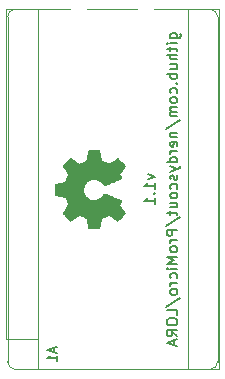
<source format=gbr>
%TF.GenerationSoftware,KiCad,Pcbnew,5.1.5+dfsg1-2~bpo10+1*%
%TF.CreationDate,Date%
%TF.ProjectId,ProMicro_LORA,50726f4d-6963-4726-9f5f-4c4f52412e6b,v1.1*%
%TF.SameCoordinates,Original*%
%TF.FileFunction,Legend,Bot*%
%TF.FilePolarity,Positive*%
%FSLAX45Y45*%
G04 Gerber Fmt 4.5, Leading zero omitted, Abs format (unit mm)*
G04 Created by KiCad*
%MOMM*%
%LPD*%
G04 APERTURE LIST*
%ADD10C,0.100000*%
%ADD11C,0.200000*%
%ADD12C,0.010000*%
%ADD13C,0.120000*%
%ADD14O,1.600000X1.600000*%
%ADD15R,1.600000X1.600000*%
%ADD16R,1.350000X4.200000*%
G04 APERTURE END LIST*
D10*
X-127000Y2857500D02*
X-127000Y-63500D01*
X1651000Y2857500D02*
X1651000Y-63500D01*
D11*
X1060214Y1525571D02*
X1120214Y1504143D01*
X1060214Y1482714D01*
X1120214Y1401286D02*
X1120214Y1452714D01*
X1120214Y1427000D02*
X1030214Y1427000D01*
X1043071Y1435571D01*
X1051643Y1444143D01*
X1055929Y1452714D01*
X1111643Y1362714D02*
X1115929Y1358429D01*
X1120214Y1362714D01*
X1115929Y1367000D01*
X1111643Y1362714D01*
X1120214Y1362714D01*
X1120214Y1272714D02*
X1120214Y1324143D01*
X1120214Y1298429D02*
X1030214Y1298429D01*
X1043071Y1307000D01*
X1051643Y1315572D01*
X1055929Y1324143D01*
D10*
X-127000Y2857500D02*
G75*
G02X-63500Y2921000I63500J0D01*
G01*
X1587500Y2921000D02*
G75*
G02X1651000Y2857500I0J-63500D01*
G01*
X-63500Y2921000D02*
X1587500Y2921000D01*
X1651000Y-63500D02*
G75*
G02X1587500Y-127000I-63500J0D01*
G01*
X-63500Y-127000D02*
G75*
G02X-127000Y-63500I0J63500D01*
G01*
D11*
X1250714Y2674143D02*
X1323571Y2674143D01*
X1332143Y2678429D01*
X1336429Y2682714D01*
X1340714Y2691286D01*
X1340714Y2704143D01*
X1336429Y2712714D01*
X1306429Y2674143D02*
X1310714Y2682714D01*
X1310714Y2699857D01*
X1306429Y2708429D01*
X1302143Y2712714D01*
X1293571Y2717000D01*
X1267857Y2717000D01*
X1259286Y2712714D01*
X1255000Y2708429D01*
X1250714Y2699857D01*
X1250714Y2682714D01*
X1255000Y2674143D01*
X1310714Y2631286D02*
X1250714Y2631286D01*
X1220714Y2631286D02*
X1225000Y2635572D01*
X1229286Y2631286D01*
X1225000Y2627000D01*
X1220714Y2631286D01*
X1229286Y2631286D01*
X1250714Y2601286D02*
X1250714Y2567000D01*
X1220714Y2588429D02*
X1297857Y2588429D01*
X1306429Y2584143D01*
X1310714Y2575572D01*
X1310714Y2567000D01*
X1310714Y2537000D02*
X1220714Y2537000D01*
X1310714Y2498429D02*
X1263571Y2498429D01*
X1255000Y2502714D01*
X1250714Y2511286D01*
X1250714Y2524143D01*
X1255000Y2532714D01*
X1259286Y2537000D01*
X1250714Y2417000D02*
X1310714Y2417000D01*
X1250714Y2455572D02*
X1297857Y2455572D01*
X1306429Y2451286D01*
X1310714Y2442714D01*
X1310714Y2429857D01*
X1306429Y2421286D01*
X1302143Y2417000D01*
X1310714Y2374143D02*
X1220714Y2374143D01*
X1255000Y2374143D02*
X1250714Y2365572D01*
X1250714Y2348429D01*
X1255000Y2339857D01*
X1259286Y2335572D01*
X1267857Y2331286D01*
X1293571Y2331286D01*
X1302143Y2335572D01*
X1306429Y2339857D01*
X1310714Y2348429D01*
X1310714Y2365572D01*
X1306429Y2374143D01*
X1302143Y2292714D02*
X1306429Y2288429D01*
X1310714Y2292714D01*
X1306429Y2297000D01*
X1302143Y2292714D01*
X1310714Y2292714D01*
X1306429Y2211286D02*
X1310714Y2219857D01*
X1310714Y2237000D01*
X1306429Y2245572D01*
X1302143Y2249857D01*
X1293571Y2254143D01*
X1267857Y2254143D01*
X1259286Y2249857D01*
X1255000Y2245572D01*
X1250714Y2237000D01*
X1250714Y2219857D01*
X1255000Y2211286D01*
X1310714Y2159857D02*
X1306429Y2168429D01*
X1302143Y2172714D01*
X1293571Y2177000D01*
X1267857Y2177000D01*
X1259286Y2172714D01*
X1255000Y2168429D01*
X1250714Y2159857D01*
X1250714Y2147000D01*
X1255000Y2138429D01*
X1259286Y2134143D01*
X1267857Y2129857D01*
X1293571Y2129857D01*
X1302143Y2134143D01*
X1306429Y2138429D01*
X1310714Y2147000D01*
X1310714Y2159857D01*
X1310714Y2091286D02*
X1250714Y2091286D01*
X1259286Y2091286D02*
X1255000Y2087000D01*
X1250714Y2078429D01*
X1250714Y2065571D01*
X1255000Y2057000D01*
X1263571Y2052714D01*
X1310714Y2052714D01*
X1263571Y2052714D02*
X1255000Y2048429D01*
X1250714Y2039857D01*
X1250714Y2027000D01*
X1255000Y2018429D01*
X1263571Y2014143D01*
X1310714Y2014143D01*
X1216429Y1907000D02*
X1332143Y1984143D01*
X1250714Y1877000D02*
X1310714Y1877000D01*
X1259286Y1877000D02*
X1255000Y1872714D01*
X1250714Y1864143D01*
X1250714Y1851286D01*
X1255000Y1842714D01*
X1263571Y1838429D01*
X1310714Y1838429D01*
X1306429Y1761286D02*
X1310714Y1769857D01*
X1310714Y1787000D01*
X1306429Y1795571D01*
X1297857Y1799857D01*
X1263571Y1799857D01*
X1255000Y1795571D01*
X1250714Y1787000D01*
X1250714Y1769857D01*
X1255000Y1761286D01*
X1263571Y1757000D01*
X1272143Y1757000D01*
X1280714Y1799857D01*
X1310714Y1718429D02*
X1250714Y1718429D01*
X1267857Y1718429D02*
X1259286Y1714143D01*
X1255000Y1709857D01*
X1250714Y1701286D01*
X1250714Y1692714D01*
X1310714Y1624143D02*
X1220714Y1624143D01*
X1306429Y1624143D02*
X1310714Y1632714D01*
X1310714Y1649857D01*
X1306429Y1658429D01*
X1302143Y1662714D01*
X1293571Y1667000D01*
X1267857Y1667000D01*
X1259286Y1662714D01*
X1255000Y1658429D01*
X1250714Y1649857D01*
X1250714Y1632714D01*
X1255000Y1624143D01*
X1250714Y1589857D02*
X1310714Y1568429D01*
X1250714Y1547000D02*
X1310714Y1568429D01*
X1332143Y1577000D01*
X1336429Y1581286D01*
X1340714Y1589857D01*
X1306429Y1517000D02*
X1310714Y1508429D01*
X1310714Y1491286D01*
X1306429Y1482714D01*
X1297857Y1478429D01*
X1293571Y1478429D01*
X1285000Y1482714D01*
X1280714Y1491286D01*
X1280714Y1504143D01*
X1276429Y1512714D01*
X1267857Y1517000D01*
X1263571Y1517000D01*
X1255000Y1512714D01*
X1250714Y1504143D01*
X1250714Y1491286D01*
X1255000Y1482714D01*
X1306429Y1401286D02*
X1310714Y1409857D01*
X1310714Y1427000D01*
X1306429Y1435571D01*
X1302143Y1439857D01*
X1293571Y1444143D01*
X1267857Y1444143D01*
X1259286Y1439857D01*
X1255000Y1435571D01*
X1250714Y1427000D01*
X1250714Y1409857D01*
X1255000Y1401286D01*
X1310714Y1349857D02*
X1306429Y1358429D01*
X1302143Y1362714D01*
X1293571Y1367000D01*
X1267857Y1367000D01*
X1259286Y1362714D01*
X1255000Y1358429D01*
X1250714Y1349857D01*
X1250714Y1337000D01*
X1255000Y1328429D01*
X1259286Y1324143D01*
X1267857Y1319857D01*
X1293571Y1319857D01*
X1302143Y1324143D01*
X1306429Y1328429D01*
X1310714Y1337000D01*
X1310714Y1349857D01*
X1250714Y1242714D02*
X1310714Y1242714D01*
X1250714Y1281286D02*
X1297857Y1281286D01*
X1306429Y1277000D01*
X1310714Y1268429D01*
X1310714Y1255572D01*
X1306429Y1247000D01*
X1302143Y1242714D01*
X1250714Y1212714D02*
X1250714Y1178429D01*
X1220714Y1199857D02*
X1297857Y1199857D01*
X1306429Y1195572D01*
X1310714Y1187000D01*
X1310714Y1178429D01*
X1216429Y1084143D02*
X1332143Y1161286D01*
X1310714Y1054143D02*
X1220714Y1054143D01*
X1220714Y1019857D01*
X1225000Y1011286D01*
X1229286Y1007000D01*
X1237857Y1002714D01*
X1250714Y1002714D01*
X1259286Y1007000D01*
X1263571Y1011286D01*
X1267857Y1019857D01*
X1267857Y1054143D01*
X1310714Y964143D02*
X1250714Y964143D01*
X1267857Y964143D02*
X1259286Y959857D01*
X1255000Y955571D01*
X1250714Y947000D01*
X1250714Y938429D01*
X1310714Y895571D02*
X1306429Y904143D01*
X1302143Y908429D01*
X1293571Y912714D01*
X1267857Y912714D01*
X1259286Y908429D01*
X1255000Y904143D01*
X1250714Y895571D01*
X1250714Y882714D01*
X1255000Y874143D01*
X1259286Y869857D01*
X1267857Y865571D01*
X1293571Y865571D01*
X1302143Y869857D01*
X1306429Y874143D01*
X1310714Y882714D01*
X1310714Y895571D01*
X1310714Y827000D02*
X1220714Y827000D01*
X1285000Y797000D01*
X1220714Y767000D01*
X1310714Y767000D01*
X1310714Y724143D02*
X1250714Y724143D01*
X1220714Y724143D02*
X1225000Y728429D01*
X1229286Y724143D01*
X1225000Y719857D01*
X1220714Y724143D01*
X1229286Y724143D01*
X1306429Y642714D02*
X1310714Y651286D01*
X1310714Y668429D01*
X1306429Y677000D01*
X1302143Y681286D01*
X1293571Y685572D01*
X1267857Y685572D01*
X1259286Y681286D01*
X1255000Y677000D01*
X1250714Y668429D01*
X1250714Y651286D01*
X1255000Y642714D01*
X1310714Y604143D02*
X1250714Y604143D01*
X1267857Y604143D02*
X1259286Y599857D01*
X1255000Y595572D01*
X1250714Y587000D01*
X1250714Y578429D01*
X1310714Y535572D02*
X1306429Y544143D01*
X1302143Y548429D01*
X1293571Y552714D01*
X1267857Y552714D01*
X1259286Y548429D01*
X1255000Y544143D01*
X1250714Y535572D01*
X1250714Y522714D01*
X1255000Y514143D01*
X1259286Y509857D01*
X1267857Y505571D01*
X1293571Y505571D01*
X1302143Y509857D01*
X1306429Y514143D01*
X1310714Y522714D01*
X1310714Y535572D01*
X1216429Y402714D02*
X1332143Y479857D01*
X1310714Y329857D02*
X1310714Y372714D01*
X1220714Y372714D01*
X1220714Y282714D02*
X1220714Y265572D01*
X1225000Y257000D01*
X1233571Y248429D01*
X1250714Y244143D01*
X1280714Y244143D01*
X1297857Y248429D01*
X1306429Y257000D01*
X1310714Y265572D01*
X1310714Y282714D01*
X1306429Y291286D01*
X1297857Y299857D01*
X1280714Y304143D01*
X1250714Y304143D01*
X1233571Y299857D01*
X1225000Y291286D01*
X1220714Y282714D01*
X1310714Y154143D02*
X1267857Y184143D01*
X1310714Y205571D02*
X1220714Y205571D01*
X1220714Y171286D01*
X1225000Y162714D01*
X1229286Y158429D01*
X1237857Y154143D01*
X1250714Y154143D01*
X1259286Y158429D01*
X1263571Y162714D01*
X1267857Y171286D01*
X1267857Y205571D01*
X1285000Y119857D02*
X1285000Y77000D01*
X1310714Y128429D02*
X1220714Y98429D01*
X1310714Y68429D01*
D10*
X1587500Y-127000D02*
X-63500Y-127000D01*
D12*
G36*
X318393Y1341419D02*
G01*
X362855Y1333037D01*
X375605Y1302108D01*
X388355Y1271179D01*
X363125Y1234075D01*
X356100Y1223684D01*
X349827Y1214291D01*
X344594Y1206335D01*
X340686Y1200253D01*
X338389Y1196484D01*
X337894Y1195458D01*
X339168Y1193609D01*
X342688Y1189658D01*
X348006Y1184048D01*
X354672Y1177221D01*
X362235Y1169621D01*
X370247Y1161691D01*
X378257Y1153873D01*
X385816Y1146609D01*
X392474Y1140344D01*
X397782Y1135520D01*
X401289Y1132579D01*
X402462Y1131876D01*
X404626Y1132888D01*
X409366Y1135724D01*
X416219Y1140087D01*
X424721Y1145678D01*
X434409Y1152199D01*
X439935Y1155978D01*
X450025Y1162866D01*
X459130Y1168986D01*
X466797Y1174042D01*
X472573Y1177737D01*
X476004Y1179774D01*
X476725Y1180080D01*
X478775Y1179386D01*
X483551Y1177495D01*
X490383Y1174691D01*
X498599Y1171261D01*
X507527Y1167489D01*
X516496Y1163661D01*
X524834Y1160063D01*
X531869Y1156979D01*
X536931Y1154696D01*
X539347Y1153498D01*
X539442Y1153428D01*
X539904Y1151547D01*
X540933Y1146538D01*
X542429Y1138921D01*
X544290Y1129214D01*
X546416Y1117936D01*
X547642Y1111356D01*
X549936Y1099305D01*
X552120Y1088420D01*
X554072Y1079252D01*
X555675Y1072352D01*
X556808Y1068270D01*
X557167Y1067449D01*
X559601Y1066645D01*
X565096Y1065997D01*
X573011Y1065503D01*
X582703Y1065164D01*
X593529Y1064978D01*
X604847Y1064946D01*
X616014Y1065067D01*
X626387Y1065341D01*
X635324Y1065767D01*
X642183Y1066345D01*
X646320Y1067073D01*
X647181Y1067511D01*
X648213Y1070124D01*
X649689Y1075661D01*
X651435Y1083389D01*
X653278Y1092577D01*
X653874Y1095784D01*
X656707Y1111248D01*
X658988Y1123463D01*
X660808Y1132833D01*
X662258Y1139762D01*
X663429Y1144653D01*
X664412Y1147910D01*
X665296Y1149937D01*
X666172Y1151137D01*
X666346Y1151305D01*
X669137Y1152982D01*
X674570Y1155539D01*
X681978Y1158721D01*
X690697Y1162274D01*
X700061Y1165942D01*
X709405Y1169469D01*
X718065Y1172600D01*
X725374Y1175081D01*
X730668Y1176655D01*
X733281Y1177067D01*
X733373Y1177032D01*
X735509Y1175636D01*
X740208Y1172468D01*
X746983Y1167861D01*
X755342Y1162148D01*
X764798Y1155663D01*
X767485Y1153816D01*
X777227Y1147230D01*
X786116Y1141435D01*
X793641Y1136746D01*
X799292Y1133479D01*
X802558Y1131950D01*
X802959Y1131876D01*
X805068Y1133161D01*
X809246Y1136711D01*
X815044Y1142071D01*
X822013Y1148783D01*
X829704Y1156391D01*
X837668Y1164440D01*
X845456Y1172471D01*
X852619Y1180030D01*
X858707Y1186660D01*
X863272Y1191903D01*
X865865Y1195305D01*
X866288Y1196246D01*
X865291Y1198436D01*
X862602Y1202920D01*
X858674Y1208968D01*
X855512Y1213621D01*
X849710Y1222053D01*
X842878Y1232037D01*
X836058Y1242053D01*
X832407Y1247437D01*
X820080Y1265663D01*
X828352Y1280962D01*
X831976Y1287932D01*
X834793Y1293859D01*
X836399Y1297869D01*
X836623Y1298890D01*
X834972Y1300117D01*
X830308Y1302539D01*
X823061Y1305974D01*
X813661Y1310241D01*
X802537Y1315161D01*
X790121Y1320551D01*
X776843Y1326232D01*
X763133Y1332022D01*
X749420Y1337741D01*
X736136Y1343208D01*
X723710Y1348242D01*
X712572Y1352662D01*
X703154Y1356288D01*
X695884Y1358939D01*
X691194Y1360434D01*
X689583Y1360675D01*
X687529Y1358769D01*
X684193Y1354596D01*
X680270Y1349029D01*
X679960Y1348562D01*
X668442Y1334174D01*
X655005Y1322572D01*
X640078Y1313857D01*
X624091Y1308130D01*
X607474Y1305491D01*
X590655Y1306042D01*
X574066Y1309881D01*
X558134Y1317111D01*
X554649Y1319237D01*
X540574Y1330300D01*
X529271Y1343370D01*
X520800Y1357994D01*
X515219Y1373719D01*
X512587Y1390094D01*
X512963Y1406667D01*
X516405Y1422984D01*
X522972Y1438593D01*
X532724Y1453043D01*
X536681Y1457513D01*
X549070Y1468889D01*
X562112Y1477178D01*
X576732Y1482864D01*
X591209Y1486031D01*
X607486Y1486813D01*
X623844Y1484206D01*
X639730Y1478475D01*
X654591Y1469886D01*
X667874Y1458701D01*
X679026Y1445188D01*
X680201Y1443412D01*
X684051Y1437785D01*
X687386Y1433508D01*
X689516Y1431463D01*
X689583Y1431433D01*
X691887Y1431872D01*
X697116Y1433612D01*
X704839Y1436473D01*
X714627Y1440273D01*
X726049Y1444833D01*
X738676Y1449970D01*
X752077Y1455504D01*
X765822Y1461254D01*
X779481Y1467040D01*
X792624Y1472680D01*
X804820Y1477994D01*
X815641Y1482801D01*
X824655Y1486920D01*
X831432Y1490170D01*
X835543Y1492370D01*
X836623Y1493256D01*
X835782Y1495964D01*
X833527Y1501030D01*
X830261Y1507582D01*
X828352Y1511184D01*
X820080Y1526483D01*
X832407Y1544709D01*
X838723Y1554012D01*
X845673Y1564198D01*
X852216Y1573744D01*
X855512Y1578525D01*
X860027Y1585249D01*
X863606Y1590944D01*
X865794Y1594865D01*
X866256Y1596138D01*
X865008Y1597992D01*
X861525Y1602094D01*
X856168Y1608047D01*
X849298Y1615454D01*
X841278Y1623916D01*
X836129Y1629268D01*
X826929Y1638632D01*
X818700Y1646724D01*
X811794Y1653218D01*
X806564Y1657786D01*
X803362Y1660101D01*
X802712Y1660323D01*
X800239Y1659292D01*
X795240Y1656444D01*
X788221Y1652094D01*
X779687Y1646558D01*
X770146Y1640152D01*
X767485Y1638330D01*
X757817Y1631693D01*
X749112Y1625738D01*
X741859Y1620798D01*
X736549Y1617207D01*
X733670Y1615298D01*
X733373Y1615114D01*
X731078Y1615389D01*
X726034Y1616854D01*
X718904Y1619251D01*
X710355Y1622327D01*
X701051Y1625824D01*
X691657Y1629489D01*
X682840Y1633066D01*
X675263Y1636299D01*
X669593Y1638934D01*
X666494Y1640714D01*
X666346Y1640841D01*
X665460Y1641929D01*
X664584Y1643768D01*
X663628Y1646761D01*
X662500Y1651310D01*
X661109Y1657821D01*
X659366Y1666696D01*
X657180Y1678339D01*
X654459Y1693154D01*
X653874Y1696362D01*
X652037Y1705869D01*
X650241Y1714156D01*
X648657Y1720493D01*
X647460Y1724146D01*
X647181Y1724636D01*
X644707Y1725443D01*
X639179Y1726099D01*
X631239Y1726603D01*
X621530Y1726956D01*
X610694Y1727156D01*
X599374Y1727204D01*
X588213Y1727098D01*
X577853Y1726838D01*
X568937Y1726425D01*
X562107Y1725856D01*
X558007Y1725133D01*
X557167Y1724697D01*
X556321Y1722270D01*
X554944Y1716743D01*
X553155Y1708666D01*
X551075Y1698591D01*
X548822Y1687068D01*
X547642Y1680790D01*
X545415Y1668879D01*
X543398Y1658256D01*
X541692Y1649443D01*
X540397Y1642957D01*
X539616Y1639317D01*
X539442Y1638718D01*
X537489Y1637706D01*
X532784Y1635566D01*
X526000Y1632584D01*
X517809Y1629044D01*
X508883Y1625233D01*
X499893Y1621435D01*
X491513Y1617936D01*
X484415Y1615021D01*
X479269Y1612974D01*
X476750Y1612082D01*
X476640Y1612066D01*
X474652Y1613077D01*
X470078Y1615912D01*
X463372Y1620272D01*
X454988Y1625861D01*
X445383Y1632379D01*
X439865Y1636168D01*
X429748Y1643072D01*
X420563Y1649205D01*
X412774Y1654266D01*
X406847Y1657957D01*
X403245Y1659978D01*
X402438Y1660270D01*
X400558Y1659015D01*
X396546Y1655546D01*
X390849Y1650306D01*
X383918Y1643738D01*
X376203Y1636286D01*
X368152Y1628391D01*
X360216Y1620498D01*
X352844Y1613050D01*
X346485Y1606489D01*
X341589Y1601260D01*
X338606Y1597804D01*
X337894Y1596648D01*
X338895Y1594765D01*
X341708Y1590263D01*
X346045Y1583579D01*
X351622Y1575150D01*
X358151Y1565414D01*
X363125Y1558071D01*
X388355Y1520967D01*
X362855Y1459109D01*
X318393Y1450727D01*
X273931Y1442345D01*
X273931Y1349801D01*
X318393Y1341419D01*
G37*
X318393Y1341419D02*
X362855Y1333037D01*
X375605Y1302108D01*
X388355Y1271179D01*
X363125Y1234075D01*
X356100Y1223684D01*
X349827Y1214291D01*
X344594Y1206335D01*
X340686Y1200253D01*
X338389Y1196484D01*
X337894Y1195458D01*
X339168Y1193609D01*
X342688Y1189658D01*
X348006Y1184048D01*
X354672Y1177221D01*
X362235Y1169621D01*
X370247Y1161691D01*
X378257Y1153873D01*
X385816Y1146609D01*
X392474Y1140344D01*
X397782Y1135520D01*
X401289Y1132579D01*
X402462Y1131876D01*
X404626Y1132888D01*
X409366Y1135724D01*
X416219Y1140087D01*
X424721Y1145678D01*
X434409Y1152199D01*
X439935Y1155978D01*
X450025Y1162866D01*
X459130Y1168986D01*
X466797Y1174042D01*
X472573Y1177737D01*
X476004Y1179774D01*
X476725Y1180080D01*
X478775Y1179386D01*
X483551Y1177495D01*
X490383Y1174691D01*
X498599Y1171261D01*
X507527Y1167489D01*
X516496Y1163661D01*
X524834Y1160063D01*
X531869Y1156979D01*
X536931Y1154696D01*
X539347Y1153498D01*
X539442Y1153428D01*
X539904Y1151547D01*
X540933Y1146538D01*
X542429Y1138921D01*
X544290Y1129214D01*
X546416Y1117936D01*
X547642Y1111356D01*
X549936Y1099305D01*
X552120Y1088420D01*
X554072Y1079252D01*
X555675Y1072352D01*
X556808Y1068270D01*
X557167Y1067449D01*
X559601Y1066645D01*
X565096Y1065997D01*
X573011Y1065503D01*
X582703Y1065164D01*
X593529Y1064978D01*
X604847Y1064946D01*
X616014Y1065067D01*
X626387Y1065341D01*
X635324Y1065767D01*
X642183Y1066345D01*
X646320Y1067073D01*
X647181Y1067511D01*
X648213Y1070124D01*
X649689Y1075661D01*
X651435Y1083389D01*
X653278Y1092577D01*
X653874Y1095784D01*
X656707Y1111248D01*
X658988Y1123463D01*
X660808Y1132833D01*
X662258Y1139762D01*
X663429Y1144653D01*
X664412Y1147910D01*
X665296Y1149937D01*
X666172Y1151137D01*
X666346Y1151305D01*
X669137Y1152982D01*
X674570Y1155539D01*
X681978Y1158721D01*
X690697Y1162274D01*
X700061Y1165942D01*
X709405Y1169469D01*
X718065Y1172600D01*
X725374Y1175081D01*
X730668Y1176655D01*
X733281Y1177067D01*
X733373Y1177032D01*
X735509Y1175636D01*
X740208Y1172468D01*
X746983Y1167861D01*
X755342Y1162148D01*
X764798Y1155663D01*
X767485Y1153816D01*
X777227Y1147230D01*
X786116Y1141435D01*
X793641Y1136746D01*
X799292Y1133479D01*
X802558Y1131950D01*
X802959Y1131876D01*
X805068Y1133161D01*
X809246Y1136711D01*
X815044Y1142071D01*
X822013Y1148783D01*
X829704Y1156391D01*
X837668Y1164440D01*
X845456Y1172471D01*
X852619Y1180030D01*
X858707Y1186660D01*
X863272Y1191903D01*
X865865Y1195305D01*
X866288Y1196246D01*
X865291Y1198436D01*
X862602Y1202920D01*
X858674Y1208968D01*
X855512Y1213621D01*
X849710Y1222053D01*
X842878Y1232037D01*
X836058Y1242053D01*
X832407Y1247437D01*
X820080Y1265663D01*
X828352Y1280962D01*
X831976Y1287932D01*
X834793Y1293859D01*
X836399Y1297869D01*
X836623Y1298890D01*
X834972Y1300117D01*
X830308Y1302539D01*
X823061Y1305974D01*
X813661Y1310241D01*
X802537Y1315161D01*
X790121Y1320551D01*
X776843Y1326232D01*
X763133Y1332022D01*
X749420Y1337741D01*
X736136Y1343208D01*
X723710Y1348242D01*
X712572Y1352662D01*
X703154Y1356288D01*
X695884Y1358939D01*
X691194Y1360434D01*
X689583Y1360675D01*
X687529Y1358769D01*
X684193Y1354596D01*
X680270Y1349029D01*
X679960Y1348562D01*
X668442Y1334174D01*
X655005Y1322572D01*
X640078Y1313857D01*
X624091Y1308130D01*
X607474Y1305491D01*
X590655Y1306042D01*
X574066Y1309881D01*
X558134Y1317111D01*
X554649Y1319237D01*
X540574Y1330300D01*
X529271Y1343370D01*
X520800Y1357994D01*
X515219Y1373719D01*
X512587Y1390094D01*
X512963Y1406667D01*
X516405Y1422984D01*
X522972Y1438593D01*
X532724Y1453043D01*
X536681Y1457513D01*
X549070Y1468889D01*
X562112Y1477178D01*
X576732Y1482864D01*
X591209Y1486031D01*
X607486Y1486813D01*
X623844Y1484206D01*
X639730Y1478475D01*
X654591Y1469886D01*
X667874Y1458701D01*
X679026Y1445188D01*
X680201Y1443412D01*
X684051Y1437785D01*
X687386Y1433508D01*
X689516Y1431463D01*
X689583Y1431433D01*
X691887Y1431872D01*
X697116Y1433612D01*
X704839Y1436473D01*
X714627Y1440273D01*
X726049Y1444833D01*
X738676Y1449970D01*
X752077Y1455504D01*
X765822Y1461254D01*
X779481Y1467040D01*
X792624Y1472680D01*
X804820Y1477994D01*
X815641Y1482801D01*
X824655Y1486920D01*
X831432Y1490170D01*
X835543Y1492370D01*
X836623Y1493256D01*
X835782Y1495964D01*
X833527Y1501030D01*
X830261Y1507582D01*
X828352Y1511184D01*
X820080Y1526483D01*
X832407Y1544709D01*
X838723Y1554012D01*
X845673Y1564198D01*
X852216Y1573744D01*
X855512Y1578525D01*
X860027Y1585249D01*
X863606Y1590944D01*
X865794Y1594865D01*
X866256Y1596138D01*
X865008Y1597992D01*
X861525Y1602094D01*
X856168Y1608047D01*
X849298Y1615454D01*
X841278Y1623916D01*
X836129Y1629268D01*
X826929Y1638632D01*
X818700Y1646724D01*
X811794Y1653218D01*
X806564Y1657786D01*
X803362Y1660101D01*
X802712Y1660323D01*
X800239Y1659292D01*
X795240Y1656444D01*
X788221Y1652094D01*
X779687Y1646558D01*
X770146Y1640152D01*
X767485Y1638330D01*
X757817Y1631693D01*
X749112Y1625738D01*
X741859Y1620798D01*
X736549Y1617207D01*
X733670Y1615298D01*
X733373Y1615114D01*
X731078Y1615389D01*
X726034Y1616854D01*
X718904Y1619251D01*
X710355Y1622327D01*
X701051Y1625824D01*
X691657Y1629489D01*
X682840Y1633066D01*
X675263Y1636299D01*
X669593Y1638934D01*
X666494Y1640714D01*
X666346Y1640841D01*
X665460Y1641929D01*
X664584Y1643768D01*
X663628Y1646761D01*
X662500Y1651310D01*
X661109Y1657821D01*
X659366Y1666696D01*
X657180Y1678339D01*
X654459Y1693154D01*
X653874Y1696362D01*
X652037Y1705869D01*
X650241Y1714156D01*
X648657Y1720493D01*
X647460Y1724146D01*
X647181Y1724636D01*
X644707Y1725443D01*
X639179Y1726099D01*
X631239Y1726603D01*
X621530Y1726956D01*
X610694Y1727156D01*
X599374Y1727204D01*
X588213Y1727098D01*
X577853Y1726838D01*
X568937Y1726425D01*
X562107Y1725856D01*
X558007Y1725133D01*
X557167Y1724697D01*
X556321Y1722270D01*
X554944Y1716743D01*
X553155Y1708666D01*
X551075Y1698591D01*
X548822Y1687068D01*
X547642Y1680790D01*
X545415Y1668879D01*
X543398Y1658256D01*
X541692Y1649443D01*
X540397Y1642957D01*
X539616Y1639317D01*
X539442Y1638718D01*
X537489Y1637706D01*
X532784Y1635566D01*
X526000Y1632584D01*
X517809Y1629044D01*
X508883Y1625233D01*
X499893Y1621435D01*
X491513Y1617936D01*
X484415Y1615021D01*
X479269Y1612974D01*
X476750Y1612082D01*
X476640Y1612066D01*
X474652Y1613077D01*
X470078Y1615912D01*
X463372Y1620272D01*
X454988Y1625861D01*
X445383Y1632379D01*
X439865Y1636168D01*
X429748Y1643072D01*
X420563Y1649205D01*
X412774Y1654266D01*
X406847Y1657957D01*
X403245Y1659978D01*
X402438Y1660270D01*
X400558Y1659015D01*
X396546Y1655546D01*
X390849Y1650306D01*
X383918Y1643738D01*
X376203Y1636286D01*
X368152Y1628391D01*
X360216Y1620498D01*
X352844Y1613050D01*
X346485Y1606489D01*
X341589Y1601260D01*
X338606Y1597804D01*
X337894Y1596648D01*
X338895Y1594765D01*
X341708Y1590263D01*
X346045Y1583579D01*
X351622Y1575150D01*
X358151Y1565414D01*
X363125Y1558071D01*
X388355Y1520967D01*
X362855Y1459109D01*
X318393Y1450727D01*
X273931Y1442345D01*
X273931Y1349801D01*
X318393Y1341419D01*
D13*
X-140000Y127000D02*
X-140000Y2921000D01*
X1397000Y-127000D02*
X1397000Y2921000D01*
X127000Y127000D02*
X-140000Y127000D01*
X127000Y-127000D02*
X127000Y2921000D01*
X-140000Y2921000D02*
X1664000Y2921000D01*
X1664000Y2921000D02*
X1664000Y-127000D01*
X1664000Y-127000D02*
X127000Y-127000D01*
D11*
X267333Y57143D02*
X267333Y19048D01*
X290190Y64762D02*
X210190Y38095D01*
X290190Y11429D01*
X290190Y-57143D02*
X290190Y-11428D01*
X290190Y-34286D02*
X210190Y-34286D01*
X221619Y-26667D01*
X229238Y-19048D01*
X233048Y-11428D01*
%LPC*%
D14*
X1524000Y0D03*
X1524000Y254000D03*
X1524000Y508000D03*
X0Y2794000D03*
X1524000Y762000D03*
X0Y2540000D03*
X1524000Y1016000D03*
X0Y2286000D03*
X1524000Y1270000D03*
X0Y2032000D03*
X1524000Y1524000D03*
X0Y1778000D03*
X1524000Y1778000D03*
X0Y1524000D03*
X1524000Y2032000D03*
X0Y1270000D03*
X1524000Y2286000D03*
X0Y1016000D03*
X1524000Y2540000D03*
X0Y762000D03*
X1524000Y2794000D03*
X0Y508000D03*
X0Y254000D03*
D15*
X0Y0D03*
D16*
X479500Y2710500D03*
X1044500Y2710500D03*
M02*

</source>
